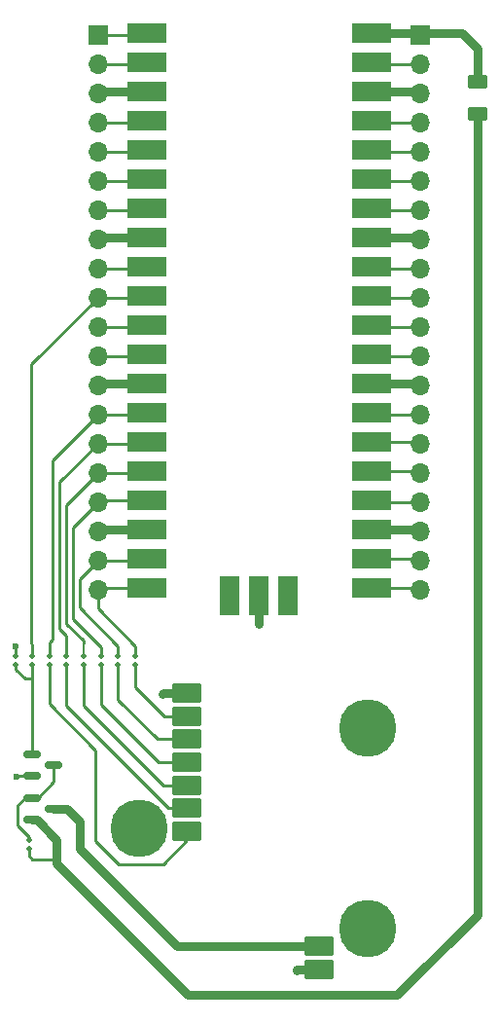
<source format=gbr>
%TF.GenerationSoftware,KiCad,Pcbnew,(6.0.4)*%
%TF.CreationDate,2022-11-14T14:09:28+01:00*%
%TF.ProjectId,tp1,7470312e-6b69-4636-9164-5f7063625858,rev?*%
%TF.SameCoordinates,Original*%
%TF.FileFunction,Copper,L1,Top*%
%TF.FilePolarity,Positive*%
%FSLAX46Y46*%
G04 Gerber Fmt 4.6, Leading zero omitted, Abs format (unit mm)*
G04 Created by KiCad (PCBNEW (6.0.4)) date 2022-11-14 14:09:28*
%MOMM*%
%LPD*%
G01*
G04 APERTURE LIST*
G04 Aperture macros list*
%AMRoundRect*
0 Rectangle with rounded corners*
0 $1 Rounding radius*
0 $2 $3 $4 $5 $6 $7 $8 $9 X,Y pos of 4 corners*
0 Add a 4 corners polygon primitive as box body*
4,1,4,$2,$3,$4,$5,$6,$7,$8,$9,$2,$3,0*
0 Add four circle primitives for the rounded corners*
1,1,$1+$1,$2,$3*
1,1,$1+$1,$4,$5*
1,1,$1+$1,$6,$7*
1,1,$1+$1,$8,$9*
0 Add four rect primitives between the rounded corners*
20,1,$1+$1,$2,$3,$4,$5,0*
20,1,$1+$1,$4,$5,$6,$7,0*
20,1,$1+$1,$6,$7,$8,$9,0*
20,1,$1+$1,$8,$9,$2,$3,0*%
G04 Aperture macros list end*
%TA.AperFunction,ComponentPad*%
%ADD10R,1.700000X1.700000*%
%TD*%
%TA.AperFunction,ComponentPad*%
%ADD11O,1.700000X1.700000*%
%TD*%
%TA.AperFunction,SMDPad,CuDef*%
%ADD12RoundRect,0.250000X-0.625000X0.375000X-0.625000X-0.375000X0.625000X-0.375000X0.625000X0.375000X0*%
%TD*%
%TA.AperFunction,SMDPad,CuDef*%
%ADD13RoundRect,0.112500X0.112500X-0.112500X0.112500X0.112500X-0.112500X0.112500X-0.112500X-0.112500X0*%
%TD*%
%TA.AperFunction,SMDPad,CuDef*%
%ADD14RoundRect,0.150000X-0.587500X-0.150000X0.587500X-0.150000X0.587500X0.150000X-0.587500X0.150000X0*%
%TD*%
%TA.AperFunction,ComponentPad*%
%ADD15C,5.000000*%
%TD*%
%TA.AperFunction,SMDPad,CuDef*%
%ADD16RoundRect,0.112500X-0.112500X0.112500X-0.112500X-0.112500X0.112500X-0.112500X0.112500X0.112500X0*%
%TD*%
%TA.AperFunction,SMDPad,CuDef*%
%ADD17RoundRect,0.170000X1.130000X0.680000X-1.130000X0.680000X-1.130000X-0.680000X1.130000X-0.680000X0*%
%TD*%
%TA.AperFunction,SMDPad,CuDef*%
%ADD18RoundRect,0.170000X-1.130000X-0.680000X1.130000X-0.680000X1.130000X0.680000X-1.130000X0.680000X0*%
%TD*%
%TA.AperFunction,SMDPad,CuDef*%
%ADD19R,3.500000X1.700000*%
%TD*%
%TA.AperFunction,SMDPad,CuDef*%
%ADD20R,1.700000X3.500000*%
%TD*%
%TA.AperFunction,ViaPad*%
%ADD21C,0.600000*%
%TD*%
%TA.AperFunction,Conductor*%
%ADD22C,0.800000*%
%TD*%
%TA.AperFunction,Conductor*%
%ADD23C,0.250000*%
%TD*%
%TA.AperFunction,Conductor*%
%ADD24C,0.200000*%
%TD*%
G04 APERTURE END LIST*
D10*
%TO.P,J2,1,Pin_1*%
%TO.N,+5V*%
X154500000Y-51000000D03*
D11*
%TO.P,J2,2,Pin_2*%
%TO.N,/PICO_VSYS*%
X154500000Y-53540000D03*
%TO.P,J2,3,Pin_3*%
%TO.N,GND*%
X154500000Y-56080000D03*
%TO.P,J2,4,Pin_4*%
%TO.N,/PICO_3V3_EN*%
X154500000Y-58620000D03*
%TO.P,J2,5,Pin_5*%
%TO.N,/PICO_3V3*%
X154500000Y-61160000D03*
%TO.P,J2,6,Pin_6*%
%TO.N,/PICO_ADC_VREF*%
X154500000Y-63700000D03*
%TO.P,J2,7,Pin_7*%
%TO.N,/PICO28*%
X154500000Y-66240000D03*
%TO.P,J2,8,Pin_8*%
%TO.N,GND*%
X154500000Y-68780000D03*
%TO.P,J2,9,Pin_9*%
%TO.N,/PICO27*%
X154500000Y-71320000D03*
%TO.P,J2,10,Pin_10*%
%TO.N,/PICO26*%
X154500000Y-73860000D03*
%TO.P,J2,11,Pin_11*%
%TO.N,/PICO_RUN*%
X154500000Y-76400000D03*
%TO.P,J2,12,Pin_12*%
%TO.N,/PICO22*%
X154500000Y-78940000D03*
%TO.P,J2,13,Pin_13*%
%TO.N,GND*%
X154500000Y-81480000D03*
%TO.P,J2,14,Pin_14*%
%TO.N,/GPIO4_U*%
X154500000Y-84020000D03*
%TO.P,J2,15,Pin_15*%
%TO.N,/GPIO3_U*%
X154500000Y-86560000D03*
%TO.P,J2,16,Pin_16*%
%TO.N,/GPIO2_U*%
X154500000Y-89100000D03*
%TO.P,J2,17,Pin_17*%
%TO.N,/GPIO1_U*%
X154500000Y-91640000D03*
%TO.P,J2,18,Pin_18*%
%TO.N,GND*%
X154500000Y-94180000D03*
%TO.P,J2,19,Pin_19*%
%TO.N,/CTS_U*%
X154500000Y-96720000D03*
%TO.P,J2,20,Pin_20*%
%TO.N,/RTS_U*%
X154500000Y-99260000D03*
%TD*%
D12*
%TO.P,F1,1*%
%TO.N,+5V*%
X159500000Y-55100000D03*
%TO.P,F1,2*%
%TO.N,/5V_FUSE*%
X159500000Y-57900000D03*
%TD*%
D13*
%TO.P,R12,1*%
%TO.N,/MOSI*%
X123750000Y-105800000D03*
%TO.P,R12,2*%
%TO.N,/MOSI_U*%
X123750000Y-105000000D03*
%TD*%
D10*
%TO.P,J1,1,Pin_1*%
%TO.N,/PICO_0*%
X126500000Y-51000000D03*
D11*
%TO.P,J1,2,Pin_2*%
%TO.N,/PICO_1*%
X126500000Y-53540000D03*
%TO.P,J1,3,Pin_3*%
%TO.N,GND*%
X126500000Y-56080000D03*
%TO.P,J1,4,Pin_4*%
%TO.N,/PICO_2*%
X126500000Y-58620000D03*
%TO.P,J1,5,Pin_5*%
%TO.N,/PICO_3*%
X126500000Y-61160000D03*
%TO.P,J1,6,Pin_6*%
%TO.N,/PICO_4*%
X126500000Y-63700000D03*
%TO.P,J1,7,Pin_7*%
%TO.N,/PICO_5*%
X126500000Y-66240000D03*
%TO.P,J1,8,Pin_8*%
%TO.N,GND*%
X126500000Y-68780000D03*
%TO.P,J1,9,Pin_9*%
%TO.N,/PICO_6*%
X126500000Y-71320000D03*
%TO.P,J1,10,Pin_10*%
%TO.N,/5V_EN*%
X126500000Y-73860000D03*
%TO.P,J1,11,Pin_11*%
%TO.N,/TX_U*%
X126500000Y-76400000D03*
%TO.P,J1,12,Pin_12*%
%TO.N,/RX_U*%
X126500000Y-78940000D03*
%TO.P,J1,13,Pin_13*%
%TO.N,GND*%
X126500000Y-81480000D03*
%TO.P,J1,14,Pin_14*%
%TO.N,/SCK_U*%
X126500000Y-84020000D03*
%TO.P,J1,15,Pin_15*%
%TO.N,/MOSI_U*%
X126500000Y-86560000D03*
%TO.P,J1,16,Pin_16*%
%TO.N,/SS_U*%
X126500000Y-89100000D03*
%TO.P,J1,17,Pin_17*%
%TO.N,/MISO_U*%
X126500000Y-91640000D03*
%TO.P,J1,18,Pin_18*%
%TO.N,GND*%
X126500000Y-94180000D03*
%TO.P,J1,19,Pin_19*%
%TO.N,/CRESET_U*%
X126500000Y-96720000D03*
%TO.P,J1,20,Pin_20*%
%TO.N,/CDONE_U*%
X126500000Y-99260000D03*
%TD*%
D13*
%TO.P,R14,1*%
%TO.N,/MISO*%
X126750000Y-105800000D03*
%TO.P,R14,2*%
%TO.N,/MISO_U*%
X126750000Y-105000000D03*
%TD*%
%TO.P,R11,1*%
%TO.N,/SCK*%
X122250000Y-105800000D03*
%TO.P,R11,2*%
%TO.N,/SCK_U*%
X122250000Y-105000000D03*
%TD*%
%TO.P,R13,1*%
%TO.N,/SS*%
X125250000Y-105800000D03*
%TO.P,R13,2*%
%TO.N,/SS_U*%
X125250000Y-105000000D03*
%TD*%
D14*
%TO.P,Q1,1,G*%
%TO.N,Net-(Q1-Pad1)*%
X120762500Y-113540000D03*
%TO.P,Q1,2,S*%
%TO.N,GND*%
X120762500Y-115440000D03*
%TO.P,Q1,3,D*%
%TO.N,Net-(Q1-Pad3)*%
X122637500Y-114490000D03*
%TD*%
D15*
%TO.P,JIG1,M1*%
%TO.N,N/C*%
X130050000Y-120000000D03*
%TO.P,JIG1,M2*%
X149950000Y-128750000D03*
%TO.P,JIG1,M3*%
X149950000Y-111250000D03*
%TD*%
D16*
%TO.P,R8,1*%
%TO.N,Net-(Q1-Pad3)*%
X120500000Y-121000000D03*
%TO.P,R8,2*%
%TO.N,/5V_FUSE*%
X120500000Y-121800000D03*
%TD*%
D14*
%TO.P,Q2,1,G*%
%TO.N,Net-(Q1-Pad3)*%
X120762500Y-117350000D03*
%TO.P,Q2,2,S*%
%TO.N,/5V_FUSE*%
X120762500Y-119250000D03*
%TO.P,Q2,3,D*%
%TO.N,/5V_DUT*%
X122637500Y-118300000D03*
%TD*%
D17*
%TO.P,J4,1,1*%
%TO.N,/SCK*%
X134250000Y-120250000D03*
%TO.P,J4,2,2*%
%TO.N,/MOSI*%
X134250000Y-118250000D03*
%TO.P,J4,3,3*%
%TO.N,/SS*%
X134250000Y-116250000D03*
%TO.P,J4,4,4*%
%TO.N,/MISO*%
X134250000Y-114250000D03*
%TO.P,J4,5,5*%
%TO.N,/CRESET*%
X134250000Y-112250000D03*
%TO.P,J4,6,6*%
%TO.N,/CDONE*%
X134250000Y-110250000D03*
%TO.P,J4,7,7*%
%TO.N,GND*%
X134250000Y-108250000D03*
%TD*%
D18*
%TO.P,J3,1,1*%
%TO.N,/5V_DUT*%
X145750000Y-130250000D03*
%TO.P,J3,2,2*%
%TO.N,GND*%
X145750000Y-132250000D03*
%TD*%
D19*
%TO.P,U2,1,GPIO0*%
%TO.N,/PICO_0*%
X130710000Y-50870000D03*
%TO.P,U2,2,GPIO1*%
%TO.N,/PICO_1*%
X130710000Y-53410000D03*
%TO.P,U2,3,GND*%
%TO.N,GND*%
X130710000Y-55950000D03*
%TO.P,U2,4,GPIO2*%
%TO.N,/PICO_2*%
X130710000Y-58490000D03*
%TO.P,U2,5,GPIO3*%
%TO.N,/PICO_3*%
X130710000Y-61030000D03*
%TO.P,U2,6,GPIO4*%
%TO.N,/PICO_4*%
X130710000Y-63570000D03*
%TO.P,U2,7,GPIO5*%
%TO.N,/PICO_5*%
X130710000Y-66110000D03*
%TO.P,U2,8,GND*%
%TO.N,GND*%
X130710000Y-68650000D03*
%TO.P,U2,9,GPIO6*%
%TO.N,/PICO_6*%
X130710000Y-71190000D03*
%TO.P,U2,10,GPIO7*%
%TO.N,/5V_EN*%
X130710000Y-73730000D03*
%TO.P,U2,11,GPIO8*%
%TO.N,/TX_U*%
X130710000Y-76270000D03*
%TO.P,U2,12,GPIO9*%
%TO.N,/RX_U*%
X130710000Y-78810000D03*
%TO.P,U2,13,GND*%
%TO.N,GND*%
X130710000Y-81350000D03*
%TO.P,U2,14,GPIO10*%
%TO.N,/SCK_U*%
X130710000Y-83890000D03*
%TO.P,U2,15,GPIO11*%
%TO.N,/MOSI_U*%
X130710000Y-86430000D03*
%TO.P,U2,16,GPIO12*%
%TO.N,/SS_U*%
X130710000Y-88970000D03*
%TO.P,U2,17,GPIO13*%
%TO.N,/MISO_U*%
X130710000Y-91510000D03*
%TO.P,U2,18,GND*%
%TO.N,GND*%
X130710000Y-94050000D03*
%TO.P,U2,19,GPIO14*%
%TO.N,/CRESET_U*%
X130710000Y-96590000D03*
%TO.P,U2,20,GPIO15*%
%TO.N,/CDONE_U*%
X130710000Y-99130000D03*
%TO.P,U2,21,GPIO16*%
%TO.N,/RTS_U*%
X150290000Y-99130000D03*
%TO.P,U2,22,GPIO17*%
%TO.N,/CTS_U*%
X150290000Y-96590000D03*
%TO.P,U2,23,GND*%
%TO.N,GND*%
X150290000Y-94050000D03*
%TO.P,U2,24,GPIO18*%
%TO.N,/GPIO1_U*%
X150290000Y-91510000D03*
%TO.P,U2,25,GPIO19*%
%TO.N,/GPIO2_U*%
X150290000Y-88970000D03*
%TO.P,U2,26,GPIO20*%
%TO.N,/GPIO3_U*%
X150290000Y-86430000D03*
%TO.P,U2,27,GPIO21*%
%TO.N,/GPIO4_U*%
X150290000Y-83890000D03*
%TO.P,U2,28,GND*%
%TO.N,GND*%
X150290000Y-81350000D03*
%TO.P,U2,29,GPIO22*%
%TO.N,/PICO22*%
X150290000Y-78810000D03*
%TO.P,U2,30,RUN*%
%TO.N,/PICO_RUN*%
X150290000Y-76270000D03*
%TO.P,U2,31,GPIO26_ADC0*%
%TO.N,/PICO26*%
X150290000Y-73730000D03*
%TO.P,U2,32,GPIO27_ADC1*%
%TO.N,/PICO27*%
X150290000Y-71190000D03*
%TO.P,U2,33,AGND*%
%TO.N,GND*%
X150290000Y-68650000D03*
%TO.P,U2,34,GPIO28_ADC2*%
%TO.N,/PICO28*%
X150290000Y-66110000D03*
%TO.P,U2,35,ADC_VREF*%
%TO.N,/PICO_ADC_VREF*%
X150290000Y-63570000D03*
%TO.P,U2,36,3V3*%
%TO.N,/PICO_3V3*%
X150290000Y-61030000D03*
%TO.P,U2,37,3V3_EN*%
%TO.N,/PICO_3V3_EN*%
X150290000Y-58490000D03*
%TO.P,U2,38,GND*%
%TO.N,GND*%
X150290000Y-55950000D03*
%TO.P,U2,39,VSYS*%
%TO.N,/PICO_VSYS*%
X150290000Y-53410000D03*
%TO.P,U2,40,VBUS*%
%TO.N,+5V*%
X150290000Y-50870000D03*
D20*
%TO.P,U2,41,SWCLK*%
%TO.N,unconnected-(U2-Pad41)*%
X137960000Y-99800000D03*
%TO.P,U2,42,GND*%
%TO.N,GND*%
X140500000Y-99800000D03*
%TO.P,U2,43,SWDIO*%
%TO.N,unconnected-(U2-Pad43)*%
X143040000Y-99800000D03*
%TD*%
D13*
%TO.P,R16,1*%
%TO.N,/CDONE*%
X129750000Y-105800000D03*
%TO.P,R16,2*%
%TO.N,/CDONE_U*%
X129750000Y-105000000D03*
%TD*%
D16*
%TO.P,R17,1*%
%TO.N,/5V_EN*%
X120750000Y-105000000D03*
%TO.P,R17,2*%
%TO.N,Net-(Q1-Pad1)*%
X120750000Y-105800000D03*
%TD*%
D13*
%TO.P,R15,1*%
%TO.N,/CRESET*%
X128250000Y-105800000D03*
%TO.P,R15,2*%
%TO.N,/CRESET_U*%
X128250000Y-105000000D03*
%TD*%
D16*
%TO.P,R7,1*%
%TO.N,GND*%
X119300000Y-105000000D03*
%TO.P,R7,2*%
%TO.N,Net-(Q1-Pad1)*%
X119300000Y-105800000D03*
%TD*%
D21*
%TO.N,GND*%
X132100000Y-108300000D03*
X119300000Y-104200000D03*
X119380000Y-115500000D03*
X140500000Y-102200000D03*
X143750000Y-132350000D03*
%TD*%
D22*
%TO.N,GND*%
X154370000Y-68650000D02*
X154500000Y-68780000D01*
X149390000Y-55950000D02*
X154370000Y-55950000D01*
X149390000Y-68650000D02*
X154370000Y-68650000D01*
D23*
X119300000Y-105000000D02*
X119300000Y-104140000D01*
D22*
X134250000Y-108250000D02*
X132150000Y-108250000D01*
X154370000Y-81350000D02*
X154500000Y-81480000D01*
X131610000Y-94050000D02*
X126630000Y-94050000D01*
X126630000Y-55950000D02*
X126500000Y-56080000D01*
X126630000Y-81350000D02*
X126500000Y-81480000D01*
X143800000Y-132300000D02*
X143750000Y-132350000D01*
D23*
X120762500Y-115440000D02*
X119440000Y-115440000D01*
X119440000Y-115440000D02*
X119380000Y-115500000D01*
D22*
X131610000Y-55950000D02*
X126630000Y-55950000D01*
X132150000Y-108250000D02*
X132100000Y-108300000D01*
X131610000Y-68650000D02*
X126630000Y-68650000D01*
X126630000Y-68650000D02*
X126500000Y-68780000D01*
X149390000Y-94050000D02*
X154370000Y-94050000D01*
X149390000Y-81350000D02*
X154370000Y-81350000D01*
X154370000Y-55950000D02*
X154500000Y-56080000D01*
X145700000Y-132300000D02*
X143800000Y-132300000D01*
X126630000Y-94050000D02*
X126500000Y-94180000D01*
X131610000Y-81350000D02*
X126630000Y-81350000D01*
X140500000Y-98900000D02*
X140500000Y-102200000D01*
%TO.N,+5V*%
X159500000Y-52200000D02*
X159500000Y-55100000D01*
X149390000Y-50870000D02*
X158170000Y-50870000D01*
X158170000Y-50870000D02*
X159500000Y-52200000D01*
D23*
%TO.N,/PICO28*%
X149520000Y-66240000D02*
X149390000Y-66110000D01*
X154500000Y-66240000D02*
X149520000Y-66240000D01*
%TO.N,/PICO27*%
X149520000Y-71320000D02*
X149390000Y-71190000D01*
X154500000Y-71320000D02*
X149520000Y-71320000D01*
%TO.N,/PICO26*%
X154500000Y-73860000D02*
X149520000Y-73860000D01*
X149520000Y-73860000D02*
X149390000Y-73730000D01*
%TO.N,/CDONE*%
X129750000Y-107750000D02*
X132250000Y-110250000D01*
X129750000Y-105800000D02*
X129750000Y-107750000D01*
X132250000Y-110250000D02*
X134250000Y-110250000D01*
%TO.N,/CRESET*%
X131650000Y-112250000D02*
X128250000Y-108850000D01*
X128250000Y-108850000D02*
X128250000Y-105800000D01*
X134250000Y-112250000D02*
X131650000Y-112250000D01*
%TO.N,/MISO*%
X126750000Y-109250000D02*
X131750000Y-114250000D01*
X131750000Y-114250000D02*
X134250000Y-114250000D01*
X126750000Y-105800000D02*
X126750000Y-109250000D01*
%TO.N,/SS*%
X132150000Y-116250000D02*
X125250000Y-109350000D01*
X134250000Y-116250000D02*
X132150000Y-116250000D01*
X125250000Y-109350000D02*
X125250000Y-105800000D01*
%TO.N,/MOSI*%
X132650000Y-118250000D02*
X134250000Y-118250000D01*
X123750000Y-105800000D02*
X123750000Y-109350000D01*
X123750000Y-109350000D02*
X132650000Y-118250000D01*
%TO.N,/SCK*%
X122250000Y-109150000D02*
X122250000Y-105800000D01*
X126300000Y-121100000D02*
X126300000Y-113200000D01*
X128300000Y-123100000D02*
X126300000Y-121100000D01*
X126300000Y-113200000D02*
X122250000Y-109150000D01*
X134250000Y-121050000D02*
X132200000Y-123100000D01*
X132200000Y-123100000D02*
X128300000Y-123100000D01*
X134250000Y-120250000D02*
X134250000Y-121050000D01*
%TO.N,/PICO_0*%
X131480000Y-51000000D02*
X131610000Y-50870000D01*
X126500000Y-51000000D02*
X131480000Y-51000000D01*
%TO.N,/PICO_1*%
X131480000Y-53540000D02*
X131610000Y-53410000D01*
X126500000Y-53540000D02*
X131480000Y-53540000D01*
%TO.N,/PICO_2*%
X126500000Y-58620000D02*
X131480000Y-58620000D01*
X131480000Y-58620000D02*
X131610000Y-58490000D01*
%TO.N,/PICO_3*%
X126500000Y-61160000D02*
X131480000Y-61160000D01*
X131480000Y-61160000D02*
X131610000Y-61030000D01*
%TO.N,/PICO_4*%
X131480000Y-63700000D02*
X131610000Y-63570000D01*
X126500000Y-63700000D02*
X131480000Y-63700000D01*
%TO.N,/PICO_5*%
X126500000Y-66240000D02*
X131480000Y-66240000D01*
X131480000Y-66240000D02*
X131610000Y-66110000D01*
%TO.N,/PICO_6*%
X131480000Y-71320000D02*
X131610000Y-71190000D01*
X126500000Y-71320000D02*
X131480000Y-71320000D01*
%TO.N,/PICO_VSYS*%
X154500000Y-53540000D02*
X149520000Y-53540000D01*
X149520000Y-53540000D02*
X149390000Y-53410000D01*
%TO.N,/PICO_3V3_EN*%
X149520000Y-58620000D02*
X149390000Y-58490000D01*
X154500000Y-58620000D02*
X149520000Y-58620000D01*
%TO.N,/PICO_3V3*%
X149520000Y-61160000D02*
X149390000Y-61030000D01*
X154500000Y-61160000D02*
X149520000Y-61160000D01*
%TO.N,/PICO_ADC_VREF*%
X154500000Y-63700000D02*
X149520000Y-63700000D01*
X149520000Y-63700000D02*
X149390000Y-63570000D01*
%TO.N,/PICO_RUN*%
X154500000Y-76400000D02*
X149520000Y-76400000D01*
%TO.N,/PICO22*%
X149520000Y-78940000D02*
X149390000Y-78810000D01*
X154500000Y-78940000D02*
X149520000Y-78940000D01*
%TO.N,/TX_U*%
X131480000Y-76400000D02*
X131610000Y-76270000D01*
X126500000Y-76400000D02*
X131480000Y-76400000D01*
%TO.N,/RX_U*%
X131480000Y-78940000D02*
X131610000Y-78810000D01*
X126500000Y-78940000D02*
X131480000Y-78940000D01*
%TO.N,/SCK_U*%
X122540000Y-103560000D02*
X122250000Y-103850000D01*
X126500000Y-84020000D02*
X131480000Y-84020000D01*
X122250000Y-103850000D02*
X122250000Y-105000000D01*
X131480000Y-84020000D02*
X131610000Y-83890000D01*
X122540000Y-87980000D02*
X122540000Y-103560000D01*
X126500000Y-84020000D02*
X122540000Y-87980000D01*
%TO.N,/MOSI_U*%
X123170000Y-102670000D02*
X123750000Y-103250000D01*
X131480000Y-86560000D02*
X131610000Y-86430000D01*
X126500000Y-86560000D02*
X131480000Y-86560000D01*
X123750000Y-103250000D02*
X123750000Y-105000000D01*
X126500000Y-86560000D02*
X123170000Y-89890000D01*
X123170000Y-89890000D02*
X123170000Y-102670000D01*
%TO.N,/SS_U*%
X126500000Y-89100000D02*
X123740000Y-91860000D01*
X125250000Y-103700000D02*
X125250000Y-103950000D01*
D24*
X125250000Y-105000000D02*
X125250000Y-103950000D01*
D23*
X123740000Y-91860000D02*
X123740000Y-102190000D01*
X131480000Y-89100000D02*
X131610000Y-88970000D01*
X123740000Y-102190000D02*
X125250000Y-103700000D01*
X126500000Y-89100000D02*
X131480000Y-89100000D01*
%TO.N,/MISO_U*%
X126630000Y-91510000D02*
X126500000Y-91640000D01*
X126750000Y-104250000D02*
X126750000Y-105000000D01*
X131610000Y-91510000D02*
X126630000Y-91510000D01*
X124300000Y-101800000D02*
X126750000Y-104250000D01*
X124300000Y-93840000D02*
X124300000Y-101800000D01*
X126500000Y-91640000D02*
X124300000Y-93840000D01*
%TO.N,/CRESET_U*%
X128250000Y-104150000D02*
X128250000Y-105000000D01*
X124900000Y-100800000D02*
X128250000Y-104150000D01*
X126500000Y-96720000D02*
X124900000Y-98320000D01*
X124900000Y-98320000D02*
X124900000Y-100800000D01*
X126500000Y-96720000D02*
X131480000Y-96720000D01*
X131480000Y-96720000D02*
X131610000Y-96590000D01*
%TO.N,/CDONE_U*%
X126630000Y-99130000D02*
X126500000Y-99260000D01*
X131610000Y-99130000D02*
X126630000Y-99130000D01*
X126500000Y-99260000D02*
X126500000Y-100900000D01*
X129750000Y-104150000D02*
X129750000Y-105000000D01*
X126500000Y-100900000D02*
X129750000Y-104150000D01*
%TO.N,/GPIO4_U*%
X149390000Y-83890000D02*
X149520000Y-84020000D01*
X149520000Y-84020000D02*
X154500000Y-84020000D01*
%TO.N,/GPIO3_U*%
X149390000Y-86430000D02*
X154370000Y-86430000D01*
%TO.N,/GPIO2_U*%
X149390000Y-88970000D02*
X154370000Y-88970000D01*
%TO.N,/GPIO1_U*%
X149520000Y-91640000D02*
X154500000Y-91640000D01*
X149390000Y-91510000D02*
X149520000Y-91640000D01*
%TO.N,/CTS_U*%
X149390000Y-96590000D02*
X154370000Y-96590000D01*
%TO.N,/RTS_U*%
X149390000Y-99130000D02*
X154370000Y-99130000D01*
%TO.N,/5V_EN*%
X131480000Y-73860000D02*
X126500000Y-73860000D01*
X120700000Y-103950000D02*
X120750000Y-104000000D01*
X120700000Y-79660000D02*
X120700000Y-103950000D01*
X120750000Y-104000000D02*
X120750000Y-105000000D01*
X126500000Y-73860000D02*
X120700000Y-79660000D01*
X131610000Y-73730000D02*
X131480000Y-73860000D01*
%TO.N,Net-(Q1-Pad3)*%
X120500000Y-120750000D02*
X119500000Y-119750000D01*
X119500000Y-119750000D02*
X119500000Y-118000000D01*
X120150000Y-117350000D02*
X120762500Y-117350000D01*
X120500000Y-121000000D02*
X120500000Y-120750000D01*
X121230000Y-117350000D02*
X120762500Y-117350000D01*
X119500000Y-118000000D02*
X120150000Y-117350000D01*
X122637500Y-114490000D02*
X122637500Y-115942500D01*
X122637500Y-115942500D02*
X121230000Y-117350000D01*
D22*
%TO.N,/5V_DUT*%
X124900000Y-119400000D02*
X123800000Y-118300000D01*
X145750000Y-130250000D02*
X133350000Y-130250000D01*
X124900000Y-121800000D02*
X124900000Y-119400000D01*
X123800000Y-118300000D02*
X122637500Y-118300000D01*
X133350000Y-130250000D02*
X124900000Y-121800000D01*
%TO.N,/5V_FUSE*%
X121150000Y-119250000D02*
X120762500Y-119250000D01*
X134337500Y-134500000D02*
X152500000Y-134500000D01*
X159500000Y-127500000D02*
X159500000Y-57900000D01*
X122900000Y-123062500D02*
X134337500Y-134500000D01*
X152500000Y-134500000D02*
X159500000Y-127500000D01*
D23*
X120500000Y-122400000D02*
X120500000Y-121800000D01*
X120800000Y-122700000D02*
X120500000Y-122400000D01*
D22*
X122900000Y-122700000D02*
X122900000Y-121000000D01*
X122900000Y-121000000D02*
X121150000Y-119250000D01*
D23*
X122900000Y-122700000D02*
X120800000Y-122700000D01*
D22*
X122900000Y-122700000D02*
X122900000Y-123062500D01*
D23*
%TO.N,Net-(Q1-Pad1)*%
X119300000Y-105800000D02*
X119300000Y-106175000D01*
X120750000Y-107000000D02*
X120125000Y-107000000D01*
X120750000Y-113527500D02*
X120762500Y-113540000D01*
X120750000Y-107000000D02*
X120750000Y-113527500D01*
X119300000Y-106175000D02*
X120125000Y-107000000D01*
X120750000Y-105800000D02*
X120750000Y-107000000D01*
%TD*%
M02*

</source>
